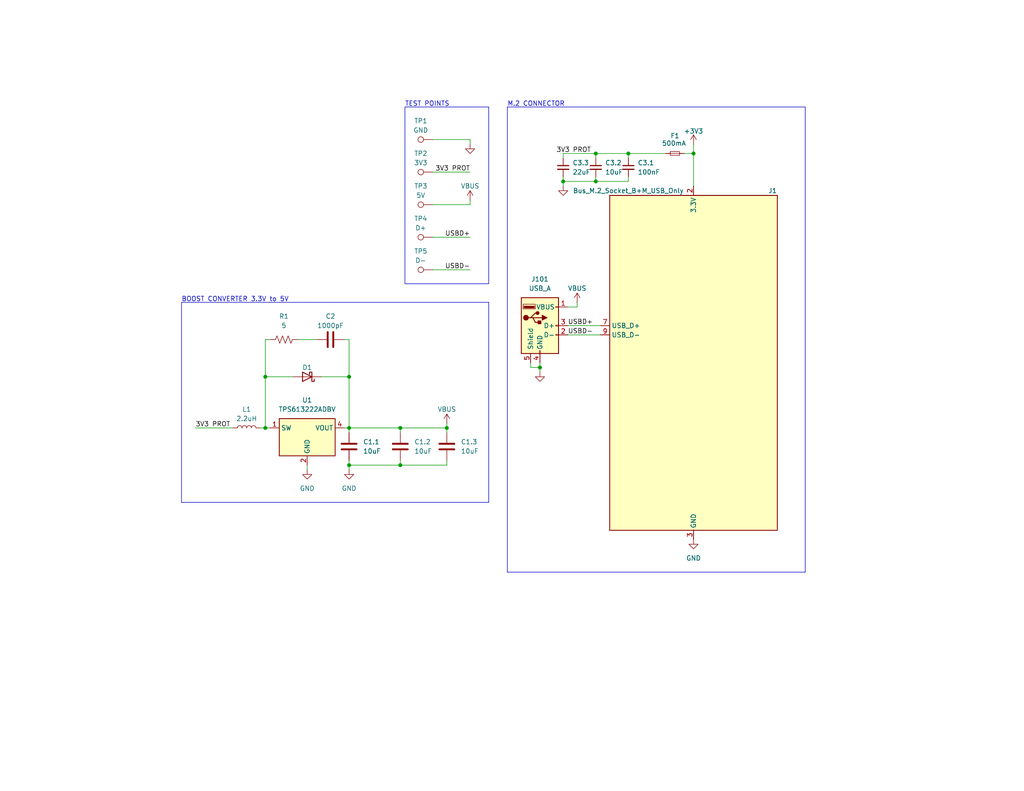
<source format=kicad_sch>
(kicad_sch (version 20231120) (generator "eeschema") (generator_version "8.0")
  (paper "USLetter")
  (title_block (title "USB 2242") (date "2024-08-31") (rev "03B") (company "Embedded Shark, LLC") (comment 1 "Ben Owen"))
  (lib_symbols
    (symbol "Connector:TestPoint" (pin_numbers hide) (pin_names (offset 0.762) hide)
      (property "Reference" "TP" (at 0 6.858 0))
      (property "Value" "TestPoint" (at 0 5.08 0))
      (symbol "TestPoint_0_1"
        (circle (center 0 3.302) (radius 0.762))
      )
      (symbol "TestPoint_1_1"
        (pin passive line (at 0 0 90) (length 2.54) (name "1") (number "1"))
      )
    )
    (symbol "Connector:USB_A" (pin_names (offset 1.016))
      (property "Reference" "J" (at -5.08 11.43 0))
      (property "Value" "USB_A" (at -5.08 8.89 0))
      (symbol "USB_A_0_1"
        (rectangle (start -5.08 -7.62) (end 5.08 7.62) (stroke (width 0.254)) (fill (type background)))
        (circle (center -3.81 2.159) (radius 0.635) (stroke (width 0.254)) (fill (type outline)))
        (rectangle (start -1.524 4.826) (end -4.318 5.334) (fill (type outline)))
        (rectangle (start -1.27 4.572) (end -4.572 5.842))
        (circle (center -0.635 3.429) (radius 0.381) (stroke (width 0.254)) (fill (type outline)))
        (rectangle (start -0.127 -7.62) (end 0.127 -6.858))
        (polyline (pts (xy -3.175 2.159) (xy -2.54 2.159) (xy -1.27 3.429) (xy -0.635 3.429)) (stroke (width 0.254)))
        (polyline (pts (xy -2.54 2.159) (xy -1.905 2.159) (xy -1.27 0.889) (xy 0 0.889)) (stroke (width 0.254)))
        (polyline (pts (xy 0.635 2.794) (xy 0.635 1.524) (xy 1.905 2.159) (xy 0.635 2.794)) (stroke (width 0.254)) (fill (type outline)))
        (rectangle (start 0.254 1.27) (end -0.508 0.508) (stroke (width 0.254)) (fill (type outline)))
        (rectangle (start 5.08 -2.667) (end 4.318 -2.413))
        (rectangle (start 5.08 -0.127) (end 4.318 0.127))
        (rectangle (start 5.08 4.953) (end 4.318 5.207))
      )
      (symbol "USB_A_1_1"
        (polyline (pts (xy -1.905 2.159) (xy 0.635 2.159)) (stroke (width 0.254)))
        (pin power_in line (at 7.62 5.08 180) (length 2.54) (name "VBUS") (number "1"))
        (pin bidirectional line (at 7.62 -2.54 180) (length 2.54) (name "D-") (number "2"))
        (pin bidirectional line (at 7.62 0 180) (length 2.54) (name "D+") (number "3"))
        (pin power_in line (at 0 -10.16 90) (length 2.54) (name "GND") (number "4"))
        (pin passive line (at -2.54 -10.16 90) (length 2.54) (name "Shield") (number "5"))
      )
    )
    (symbol "Device:C" (pin_numbers hide) (pin_names (offset 0.254))
      (property "Reference" "C" (at 0.635 2.54 0))
      (property "Value" "C" (at 0.635 -2.54 0))
      (symbol "C_0_1"
        (polyline (pts (xy -2.032 -0.762) (xy 2.032 -0.762)) (stroke (width 0.508)))
        (polyline (pts (xy -2.032 0.762) (xy 2.032 0.762)) (stroke (width 0.508)))
      )
      (symbol "C_1_1"
        (pin passive line (at 0 3.81 270) (length 2.794) (name "~") (number "1"))
        (pin passive line (at 0 -3.81 90) (length 2.794) (name "~") (number "2"))
      )
    )
    (symbol "Device:C_Small" (pin_numbers hide) (pin_names (offset 0.254) hide)
      (property "Reference" "C" (at 0.254 1.778 0))
      (property "Value" "C_Small" (at 0.254 -2.032 0))
      (symbol "C_Small_0_1"
        (polyline (pts (xy -1.524 -0.508) (xy 1.524 -0.508)) (stroke (width 0.3302)))
        (polyline (pts (xy -1.524 0.508) (xy 1.524 0.508)) (stroke (width 0.3048)))
      )
      (symbol "C_Small_1_1"
        (pin passive line (at 0 2.54 270) (length 2.032) (name "~") (number "1"))
        (pin passive line (at 0 -2.54 90) (length 2.032) (name "~") (number "2"))
      )
    )
    (symbol "Device:D_Schottky" (pin_numbers hide) (pin_names (offset 1.016) hide)
      (property "Reference" "D" (at 0 2.54 0))
      (property "Value" "D_Schottky" (at 0 -2.54 0))
      (symbol "D_Schottky_0_1"
        (polyline (pts (xy 1.27 0) (xy -1.27 0)))
        (polyline (pts (xy 1.27 1.27) (xy 1.27 -1.27) (xy -1.27 0) (xy 1.27 1.27)) (stroke (width 0.254)))
        (polyline (pts (xy -1.905 0.635) (xy -1.905 1.27) (xy -1.27 1.27) (xy -1.27 -1.27) (xy -0.635 -1.27) (xy -0.635 -0.635)) (stroke (width 0.254)))
      )
      (symbol "D_Schottky_1_1"
        (pin passive line (at -3.81 0 0) (length 2.54) (name "K") (number "1"))
        (pin passive line (at 3.81 0 180) (length 2.54) (name "A") (number "2"))
      )
    )
    (symbol "Device:Fuse_Small" (pin_numbers hide) (pin_names (offset 0.254) hide)
      (property "Reference" "F" (at 0 -1.524 0))
      (property "Value" "Fuse_Small" (at 0 1.524 0))
      (symbol "Fuse_Small_0_1"
        (rectangle (start -1.27 0.508) (end 1.27 -0.508))
        (polyline (pts (xy -1.27 0) (xy 1.27 0)))
      )
      (symbol "Fuse_Small_1_1"
        (pin passive line (at -2.54 0 0) (length 1.27) (name "~") (number "1"))
        (pin passive line (at 2.54 0 180) (length 1.27) (name "~") (number "2"))
      )
    )
    (symbol "Device:L" (pin_numbers hide) (pin_names (offset 1.016) hide)
      (property "Reference" "L" (at -1.27 0 90))
      (property "Value" "L" (at 1.905 0 90))
      (symbol "L_0_1"
        (arc (start 0 -2.54) (mid 0.6323 -1.905) (end 0 -1.27))
        (arc (start 0 -1.27) (mid 0.6323 -0.635) (end 0 0))
        (arc (start 0 0) (mid 0.6323 0.635) (end 0 1.27))
        (arc (start 0 1.27) (mid 0.6323 1.905) (end 0 2.54))
      )
      (symbol "L_1_1"
        (pin passive line (at 0 3.81 270) (length 1.27) (name "1") (number "1"))
        (pin passive line (at 0 -3.81 90) (length 1.27) (name "2") (number "2"))
      )
    )
    (symbol "Device:R_US" (pin_numbers hide) (pin_names (offset 0))
      (property "Reference" "R" (at 2.54 0 90))
      (property "Value" "R_US" (at -2.54 0 90))
      (symbol "R_US_0_1"
        (polyline (pts (xy 0 -2.286) (xy 0 -2.54)))
        (polyline (pts (xy 0 2.286) (xy 0 2.54)))
        (polyline (pts (xy 0 -0.762) (xy 1.016 -1.143) (xy 0 -1.524) (xy -1.016 -1.905) (xy 0 -2.286)))
        (polyline (pts (xy 0 0.762) (xy 1.016 0.381) (xy 0 0) (xy -1.016 -0.381) (xy 0 -0.762)))
        (polyline (pts (xy 0 2.286) (xy 1.016 1.905) (xy 0 1.524) (xy -1.016 1.143) (xy 0 0.762)))
      )
      (symbol "R_US_1_1"
        (pin passive line (at 0 3.81 270) (length 1.27) (name "~") (number "1"))
        (pin passive line (at 0 -3.81 90) (length 1.27) (name "~") (number "2"))
      )
    )
    (symbol "Generic_Custom:Bus_M.2_Socket_B+M_USB_Only"
      (property "Reference" "U" (at 21.59 46.99 0))
      (property "Value" "Bus_M.2_Socket_B+M_USB_Only" (at -17.78 46.99 0))
      (symbol "Bus_M.2_Socket_B+M_USB_Only_0_1"
        (rectangle (start -22.86 45.72) (end 22.86 -45.72) (stroke (width 0.254)) (fill (type background)))
      )
      (symbol "Bus_M.2_Socket_B+M_USB_Only_1_1"
        (pin passive line (at 0 -48.26 90) (length 2.54) hide (name "GND") (number "11"))
        (pin power_in line (at 0 48.26 270) (length 2.54) (name "3.3V") (number "2"))
        (pin passive line (at 0 -48.26 90) (length 2.54) hide (name "GND") (number "27"))
        (pin power_in line (at 0 -48.26 90) (length 2.54) (name "GND") (number "3"))
        (pin passive line (at 0 -48.26 90) (length 2.54) hide (name "GND") (number "33"))
        (pin passive line (at 0 -48.26 90) (length 2.54) hide (name "GND") (number "39"))
        (pin passive line (at 0 48.26 270) (length 2.54) hide (name "3.3V") (number "4"))
        (pin passive line (at 0 -48.26 90) (length 2.54) hide (name "GND") (number "45"))
        (pin passive line (at 0 -48.26 90) (length 2.54) hide (name "GND") (number "5"))
        (pin passive line (at 0 -48.26 90) (length 2.54) hide (name "GND") (number "51"))
        (pin passive line (at 0 -48.26 90) (length 2.54) hide (name "GND") (number "57"))
        (pin bidirectional line (at -25.4 10.16 0) (length 2.54) (name "USB_D+") (number "7"))
        (pin passive line (at 0 48.26 270) (length 2.54) hide (name "3.3V") (number "70"))
        (pin passive line (at 0 -48.26 90) (length 2.54) hide (name "GND") (number "71"))
        (pin passive line (at 0 48.26 270) (length 2.54) hide (name "3.3V") (number "72"))
        (pin passive line (at 0 -48.26 90) (length 2.54) hide (name "GND") (number "73"))
        (pin passive line (at 0 48.26 270) (length 2.54) hide (name "3.3V") (number "74"))
        (pin bidirectional line (at -25.4 7.62 0) (length 2.54) (name "USB_D-") (number "9"))
      )
    )
    (symbol "Regulator_Switching:TPS613222ADBV"
      (property "Reference" "U" (at -7.62 6.35 0))
      (property "Value" "TPS613222ADBV" (at 2.54 6.35 0))
      (symbol "TPS613222ADBV_0_1"
        (rectangle (start -7.62 5.08) (end 7.62 -5.08) (stroke (width 0.254)) (fill (type background)))
      )
      (symbol "TPS613222ADBV_1_1"
        (pin power_in line (at -10.16 2.54 0) (length 2.54) (name "SW") (number "1"))
        (pin power_in line (at 0 -7.62 90) (length 2.54) (name "GND") (number "2"))
        (pin no_connect line (at -7.62 -2.54 0) (length 2.54) hide (name "NC") (number "3"))
        (pin power_out line (at 10.16 2.54 180) (length 2.54) (name "VOUT") (number "4"))
        (pin no_connect line (at 7.62 -2.54 180) (length 2.54) hide (name "NC") (number "5"))
      )
    )
    (symbol "power:+3V3" (power) (pin_names (offset 0))
      (property "Value" "+3V3" (at 0 3.556 0))
      (symbol "+3V3_0_1"
        (polyline (pts (xy -0.762 1.27) (xy 0 2.54)))
        (polyline (pts (xy 0 0) (xy 0 2.54)))
        (polyline (pts (xy 0 2.54) (xy 0.762 1.27)))
      )
      (symbol "+3V3_1_1"
        (pin power_in line (at 0 0 90) (length 0) hide (name "+3V3") (number "1"))
      )
    )
    (symbol "power:GND" (power) (pin_names (offset 0))
      (property "Value" "GND" (at 0 -3.81 0))
      (symbol "GND_0_1"
        (polyline (pts (xy 0 0) (xy 0 -1.27) (xy 1.27 -1.27) (xy 0 -2.54) (xy -1.27 -1.27) (xy 0 -1.27)))
      )
      (symbol "GND_1_1"
        (pin power_in line (at 0 0 270) (length 0) hide (name "GND") (number "1"))
      )
    )
    (symbol "power:VBUS" (power) (pin_numbers hide) (pin_names (offset 0) hide)
      (property "Value" "VBUS" (at 0 3.556 0))
      (symbol "VBUS_0_1"
        (polyline (pts (xy -0.762 1.27) (xy 0 2.54)))
        (polyline (pts (xy 0 0) (xy 0 2.54)))
        (polyline (pts (xy 0 2.54) (xy 0.762 1.27)))
      )
      (symbol "VBUS_1_1"
        (pin power_in line (at 0 0 90) (length 0) (name "~") (number "1"))
      )
    )
  )
  (junction (at 109.22 127))
  (junction (at 72.39 116.84))
  (junction (at 121.92 116.84))
  (junction (at 95.25 127))
  (junction (at 162.56 41.91))
  (junction (at 72.39 102.87))
  (junction (at 95.25 102.87))
  (junction (at 147.32 100.33))
  (junction (at 109.22 116.84))
  (junction (at 162.56 49.53))
  (junction (at 153.67 49.53))
  (junction (at 95.25 116.84))
  (junction (at 189.23 41.91))
  (junction (at 171.45 41.91))
  (wire (pts (xy 109.22 127) (xy 121.92 127)))
  (wire (pts (xy 118.11 64.77) (xy 128.27 64.77)))
  (polyline (pts (xy 49.53 82.55) (xy 49.53 137.16)))
  (wire (pts (xy 154.94 88.9) (xy 163.83 88.9)))
  (wire (pts (xy 121.92 115.57) (xy 121.92 116.84)))
  (wire (pts (xy 171.45 41.91) (xy 162.56 41.91)))
  (polyline (pts (xy 219.71 29.21) (xy 219.71 156.21)))
  (wire (pts (xy 118.11 46.99) (xy 128.27 46.99)))
  (wire (pts (xy 147.32 99.06) (xy 147.32 100.33)))
  (wire (pts (xy 109.22 116.84) (xy 121.92 116.84)))
  (wire (pts (xy 95.25 127) (xy 95.25 128.27)))
  (wire (pts (xy 95.25 125.73) (xy 95.25 127)))
  (wire (pts (xy 157.48 83.82) (xy 157.48 82.55)))
  (polyline (pts (xy 138.43 156.21) (xy 138.43 29.21)))
  (wire (pts (xy 87.63 102.87) (xy 95.25 102.87)))
  (wire (pts (xy 128.27 38.1) (xy 128.27 39.37)))
  (wire (pts (xy 171.45 49.53) (xy 171.45 48.26)))
  (wire (pts (xy 144.78 100.33) (xy 147.32 100.33)))
  (wire (pts (xy 72.39 116.84) (xy 73.66 116.84)))
  (wire (pts (xy 144.78 99.06) (xy 144.78 100.33)))
  (wire (pts (xy 162.56 41.91) (xy 162.56 43.18)))
  (wire (pts (xy 153.67 49.53) (xy 153.67 50.8)))
  (wire (pts (xy 95.25 102.87) (xy 95.25 92.71)))
  (polyline (pts (xy 49.53 82.55) (xy 133.35 82.55)))
  (wire (pts (xy 153.67 41.91) (xy 153.67 43.18)))
  (wire (pts (xy 93.98 92.71) (xy 95.25 92.71)))
  (polyline (pts (xy 138.43 29.21) (xy 219.71 29.21)))
  (wire (pts (xy 95.25 127) (xy 109.22 127)))
  (wire (pts (xy 171.45 41.91) (xy 181.61 41.91)))
  (wire (pts (xy 95.25 116.84) (xy 109.22 116.84)))
  (wire (pts (xy 128.27 54.61) (xy 128.27 55.88)))
  (wire (pts (xy 81.28 92.71) (xy 86.36 92.71)))
  (wire (pts (xy 128.27 55.88) (xy 118.11 55.88)))
  (wire (pts (xy 72.39 102.87) (xy 80.01 102.87)))
  (wire (pts (xy 153.67 49.53) (xy 162.56 49.53)))
  (wire (pts (xy 72.39 92.71) (xy 72.39 102.87)))
  (wire (pts (xy 162.56 49.53) (xy 171.45 49.53)))
  (wire (pts (xy 189.23 39.37) (xy 189.23 41.91)))
  (wire (pts (xy 73.66 92.71) (xy 72.39 92.71)))
  (wire (pts (xy 154.94 91.44) (xy 163.83 91.44)))
  (wire (pts (xy 162.56 49.53) (xy 162.56 48.26)))
  (wire (pts (xy 118.11 73.66) (xy 128.27 73.66)))
  (polyline (pts (xy 219.71 156.21) (xy 138.43 156.21)))
  (wire (pts (xy 72.39 116.84) (xy 72.39 102.87)))
  (wire (pts (xy 109.22 116.84) (xy 109.22 118.11)))
  (wire (pts (xy 109.22 127) (xy 109.22 125.73)))
  (wire (pts (xy 171.45 41.91) (xy 171.45 43.18)))
  (wire (pts (xy 83.82 127) (xy 83.82 128.27)))
  (wire (pts (xy 162.56 41.91) (xy 153.67 41.91)))
  (wire (pts (xy 121.92 116.84) (xy 121.92 118.11)))
  (wire (pts (xy 154.94 83.82) (xy 157.48 83.82)))
  (polyline (pts (xy 133.35 82.55) (xy 133.35 137.16)))
  (wire (pts (xy 95.25 102.87) (xy 95.25 116.84)))
  (wire (pts (xy 53.34 116.84) (xy 63.5 116.84)))
  (wire (pts (xy 153.67 48.26) (xy 153.67 49.53)))
  (wire (pts (xy 71.12 116.84) (xy 72.39 116.84)))
  (wire (pts (xy 186.69 41.91) (xy 189.23 41.91)))
  (wire (pts (xy 118.11 38.1) (xy 128.27 38.1)))
  (wire (pts (xy 95.25 116.84) (xy 95.25 118.11)))
  (polyline (pts (xy 133.35 137.16) (xy 49.53 137.16)))
  (wire (pts (xy 147.32 100.33) (xy 147.32 101.6)))
  (wire (pts (xy 121.92 127) (xy 121.92 125.73)))
  (wire (pts (xy 93.98 116.84) (xy 95.25 116.84)))
  (wire (pts (xy 189.23 41.91) (xy 189.23 50.8)))
  (rectangle (start 110.49 29.21) (end 133.35 77.47))
  (text "M.2 CONNECTOR" (at 138.43 29.21 0) (effects (font (size 1.27 1.27)) (justify left bottom)))
  (text "TEST POINTS" (at 110.49 29.21 0) (effects (font (size 1.27 1.27)) (justify left bottom)))
  (text "BOOST CONVERTER 3.3V to 5V" (at 49.53 82.55 0) (effects (font (size 1.27 1.27)) (justify left bottom)))
  (label "USBD+" (at 154.94 88.9 0))
  (label "USBD-" (at 128.27 73.66 180))
  (label "USBD+" (at 128.27 64.77 180))
  (label "3V3 PROT" (at 128.27 46.99 180))
  (label "USBD-" (at 154.94 91.44 0))
  (label "3V3 PROT" (at 161.29 41.91 180))
  (label "3V3 PROT" (at 53.34 116.84 0))
  (symbol (lib_id "Device:C") (at 109.22 121.92 0) (unit 1)
    (property "Reference" "C1.2" (at 113.03 120.6499 0) (effects (justify left)))
    (property "Value" "10uF" (at 113.03 123.1899 0) (effects (justify left)))
    (property "Footprint" "Capacitor_SMD:C_0402_1005Metric_Pad0.74x0.62mm_HandSolder" (effects (hide yes)))
  )
  (symbol (lib_id "Connector:TestPoint") (at 118.11 55.88 90) (unit 1)
    (property "Reference" "TP3" (at 114.808 50.8 90))
    (property "Value" "5V" (at 114.808 53.34 90))
    (property "Footprint" "TestPoint:TestPoint_Pad_D1.0mm" (effects (hide yes)))
  )
  (symbol (lib_id "Connector:TestPoint") (at 118.11 38.1 90) (unit 1)
    (property "Reference" "TP1" (at 114.808 33.02 90))
    (property "Value" "GND" (at 114.808 35.56 90))
    (property "Footprint" "TestPoint:TestPoint_Pad_D1.0mm" (effects (hide yes)))
  )
  (symbol (lib_id "power:+3V3") (at 189.23 39.37 0) (unit 1)
    (property "Reference" "#PWR0108" (effects (hide yes)))
    (property "Value" "+3V3" (at 189.23 35.814 0))
  )
  (symbol (lib_id "Device:C_Small") (at 171.45 45.72 0) (unit 1)
    (property "Reference" "C3.1" (at 173.99 44.4562 0) (effects (justify left)))
    (property "Value" "100nF" (at 173.99 46.9962 0) (effects (justify left)))
    (property "Footprint" "Capacitor_SMD:C_0402_1005Metric_Pad0.74x0.62mm_HandSolder" (effects (hide yes)))
  )
  (symbol (lib_id "Device:D_Schottky") (at 83.82 102.87 180) (unit 1)
    (property "Reference" "D1" (at 83.82 100.33 0))
    (property "Value" "D_Schottky" (effects (hide yes)))
    (property "Footprint" "Diode_SMD:D_SOD-323" (effects (hide yes)))
  )
  (symbol (lib_id "Connector:TestPoint") (at 118.11 46.99 90) (unit 1)
    (property "Reference" "TP2" (at 114.808 41.91 90))
    (property "Value" "3V3" (at 114.808 44.45 90))
    (property "Footprint" "TestPoint:TestPoint_Pad_D1.0mm" (effects (hide yes)))
  )
  (symbol (lib_id "Connector:TestPoint") (at 118.11 73.66 90) (unit 1)
    (property "Reference" "TP5" (at 114.808 68.58 90))
    (property "Value" "D-" (at 114.808 71.12 90))
    (property "Footprint" "TestPoint:TestPoint_Pad_D1.0mm" (effects (hide yes)))
  )
  (symbol (lib_id "power:GND") (at 128.27 39.37 0) (unit 1)
    (property "Reference" "#PWR02" (effects (hide yes)))
    (property "Value" "GND" (effects (hide yes)))
  )
  (symbol (lib_id "Device:C") (at 90.17 92.71 90) (unit 1)
    (property "Reference" "C2" (at 90.17 86.36 90))
    (property "Value" "1000pF" (at 90.17 88.9 90))
    (property "Footprint" "Capacitor_SMD:C_0402_1005Metric_Pad0.74x0.62mm_HandSolder" (effects (hide yes)))
  )
  (symbol (lib_id "Connector:USB_A") (at 147.32 88.9 0) (unit 1)
    (property "Reference" "J101" (at 147.32 76.2 0))
    (property "Value" "USB_A" (at 147.32 78.74 0))
    (property "Footprint" "Adam-Tech:USB-A-S-RA-TSMT" (effects (hide yes)))
    (property "Description" "USB Type A connector" (effects (hide yes)))
  )
  (symbol (lib_id "Generic_Custom:Bus_M.2_Socket_B+M_USB_Only") (at 189.23 99.06 0) (unit 1)
    (property "Reference" "J1" (at 210.82 52.07 0))
    (property "Value" "Bus_M.2_Socket_B+M_USB_Only" (at 171.45 52.07 0))
    (property "Footprint" "Generic_Custom:M.2-2242-B+M-KEY_USB-ONLY" (effects (hide yes)))
    (property "Datasheet" "http://read.pudn.com/downloads794/doc/project/3133918/PCIe_M.2_Electromechanical_Spec_Rev1.0_Final_11012013_RS_Clean.pdf#page=154" (effects (hide yes)))
  )
  (symbol (lib_id "power:GND") (at 189.23 147.32 0) (unit 1)
    (property "Reference" "#PWR0105" (effects (hide yes)))
    (property "Value" "GND" (at 189.23 152.4 0))
  )
  (symbol (lib_id "Device:C_Small") (at 153.67 45.72 0) (unit 1)
    (property "Reference" "C3.3" (at 156.21 44.4562 0) (effects (justify left)))
    (property "Value" "22uF" (at 156.21 46.9962 0) (effects (justify left)))
    (property "Footprint" "Capacitor_SMD:C_0402_1005Metric_Pad0.74x0.62mm_HandSolder" (effects (hide yes)))
  )
  (symbol (lib_id "power:VBUS") (at 128.27 54.61 0) (unit 1)
    (property "Reference" "#PWR0102" (effects (hide yes)))
    (property "Value" "VBUS" (at 128.27 50.8 0))
    (property "Description" "Power symbol creates a global label with name \"VBUS\"" (effects (hide yes)))
  )
  (symbol (lib_id "Device:C") (at 95.25 121.92 0) (unit 1)
    (property "Reference" "C1.1" (at 99.06 120.6499 0) (effects (justify left)))
    (property "Value" "10uF" (at 99.06 123.1899 0) (effects (justify left)))
    (property "Footprint" "Capacitor_SMD:C_0402_1005Metric_Pad0.74x0.62mm_HandSolder" (effects (hide yes)))
  )
  (symbol (lib_id "Device:C") (at 121.92 121.92 0) (unit 1)
    (property "Reference" "C1.3" (at 125.73 120.6499 0) (effects (justify left)))
    (property "Value" "10uF" (at 125.73 123.1899 0) (effects (justify left)))
    (property "Footprint" "Capacitor_SMD:C_0402_1005Metric_Pad0.74x0.62mm_HandSolder" (effects (hide yes)))
  )
  (symbol (lib_id "power:GND") (at 83.82 128.27 0) (unit 1)
    (property "Reference" "#PWR0103" (effects (hide yes)))
    (property "Value" "GND" (at 83.82 133.35 0))
  )
  (symbol (lib_id "power:GND") (at 147.32 101.6 0) (unit 1)
    (property "Reference" "#PWR0107" (effects (hide yes)))
    (property "Value" "GND" (effects (hide yes)))
  )
  (symbol (lib_id "Device:Fuse_Small") (at 184.15 41.91 180) (unit 1)
    (property "Reference" "F1" (at 184.15 37.084 0))
    (property "Value" "500mA" (at 183.896 39.116 0))
    (property "Footprint" "Fuse:Fuse_0603_1608Metric_Pad1.05x0.95mm_HandSolder" (effects (hide yes)))
  )
  (symbol (lib_id "Device:C_Small") (at 162.56 45.72 0) (unit 1)
    (property "Reference" "C3.2" (at 165.1 44.4562 0) (effects (justify left)))
    (property "Value" "10uF" (at 165.1 46.99 0) (effects (justify left)))
    (property "Footprint" "Capacitor_SMD:C_0402_1005Metric_Pad0.74x0.62mm_HandSolder" (effects (hide yes)))
  )
  (symbol (lib_id "Device:R_US") (at 77.47 92.71 90) (unit 1)
    (property "Reference" "R1" (at 77.47 86.36 90))
    (property "Value" "5" (at 77.47 88.9 90))
    (property "Footprint" "Resistor_SMD:R_0402_1005Metric_Pad0.72x0.64mm_HandSolder" (effects (hide yes)))
  )
  (symbol (lib_id "power:GND") (at 153.67 50.8 0) (unit 1)
    (property "Reference" "#PWR0109" (effects (hide yes)))
    (property "Value" "GND" (effects (hide yes)))
  )
  (symbol (lib_id "power:GND") (at 95.25 128.27 0) (unit 1)
    (property "Reference" "#PWR0104" (effects (hide yes)))
    (property "Value" "GND" (at 95.25 133.35 0))
  )
  (symbol (lib_id "Device:L") (at 67.31 116.84 90) (unit 1)
    (property "Reference" "L1" (at 67.31 111.76 90))
    (property "Value" "2.2uH" (at 67.31 114.3 90))
    (property "Footprint" "Inductor_SMD:L_1008_2520Metric_Pad1.43x2.20mm_HandSolder" (effects (hide yes)))
  )
  (symbol (lib_id "power:VBUS") (at 157.48 82.55 0) (unit 1)
    (property "Reference" "#PWR0101" (effects (hide yes)))
    (property "Value" "VBUS" (at 157.48 78.74 0))
    (property "Description" "Power symbol creates a global label with name \"VBUS\"" (effects (hide yes)))
  )
  (symbol (lib_id "power:VBUS") (at 121.92 115.57 0) (unit 1)
    (property "Reference" "#PWR0106" (effects (hide yes)))
    (property "Value" "VBUS" (at 121.92 111.76 0))
    (property "Description" "Power symbol creates a global label with name \"VBUS\"" (effects (hide yes)))
  )
  (symbol (lib_id "Regulator_Switching:TPS613222ADBV") (at 83.82 119.38 0) (unit 1)
    (property "Reference" "U1" (at 83.82 109.22 0))
    (property "Value" "TPS613222ADBV" (at 83.82 111.76 0))
    (property "Footprint" "Package_TO_SOT_SMD:SOT-23-5" (effects (hide yes)))
    (property "Datasheet" "http://www.ti.com/lit/ds/symlink/tps61322.pdf" (effects (hide yes)))
  )
  (symbol (lib_id "Connector:TestPoint") (at 118.11 64.77 90) (unit 1)
    (property "Reference" "TP4" (at 114.808 59.69 90))
    (property "Value" "D+" (at 114.808 62.23 90))
    (property "Footprint" "TestPoint:TestPoint_Pad_D1.0mm" (effects (hide yes)))
  )
)
</source>
